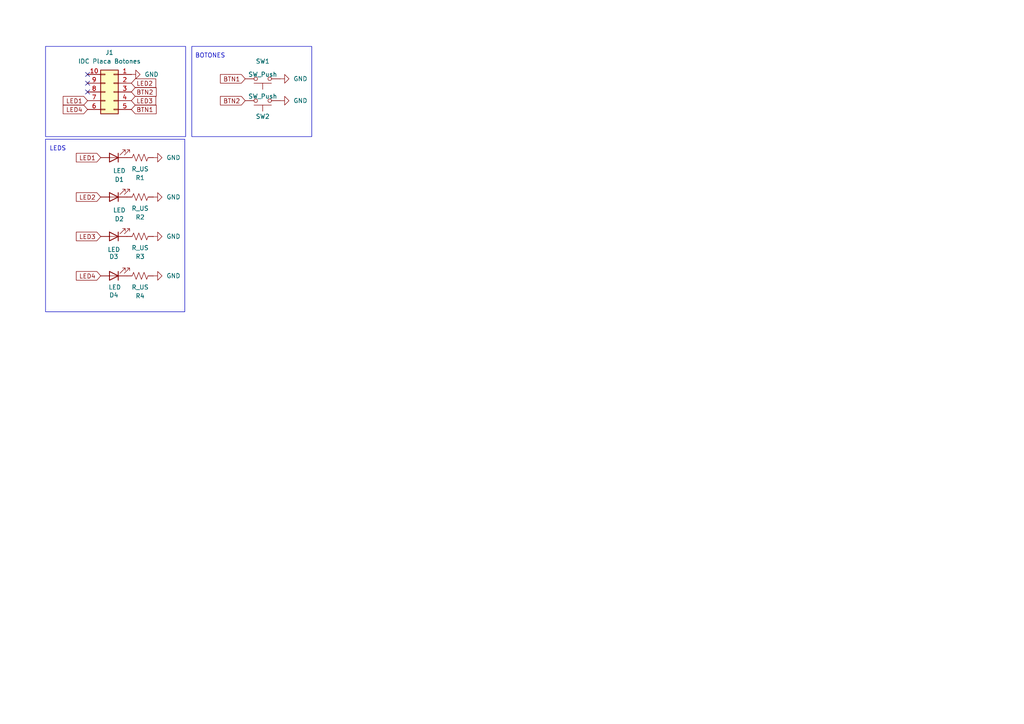
<source format=kicad_sch>
(kicad_sch (version 20231120) (generator "eeschema") (generator_version "8.0")
  (paper "A4")
  (lib_symbols
    (symbol "Connector_Generic:Conn_02x05_Counter_Clockwise" (pin_names (offset 1.016) hide)
      (property "Reference" "J" (at 1.27 7.62 0))
      (property "Value" "Conn_02x05_Counter_Clockwise" (at 1.27 -7.62 0))
      (symbol "Conn_02x05_Counter_Clockwise_1_1"
        (rectangle (start -1.27 -4.953) (end 0 -5.207) (stroke (width 0.1524)))
        (rectangle (start -1.27 -2.413) (end 0 -2.667) (stroke (width 0.1524)))
        (rectangle (start -1.27 0.127) (end 0 -0.127) (stroke (width 0.1524)))
        (rectangle (start -1.27 2.667) (end 0 2.413) (stroke (width 0.1524)))
        (rectangle (start -1.27 5.207) (end 0 4.953) (stroke (width 0.1524)))
        (rectangle (start -1.27 6.35) (end 3.81 -6.35) (stroke (width 0.254)) (fill (type background)))
        (rectangle (start 3.81 -4.953) (end 2.54 -5.207) (stroke (width 0.1524)))
        (rectangle (start 3.81 -2.413) (end 2.54 -2.667) (stroke (width 0.1524)))
        (rectangle (start 3.81 0.127) (end 2.54 -0.127) (stroke (width 0.1524)))
        (rectangle (start 3.81 2.667) (end 2.54 2.413) (stroke (width 0.1524)))
        (rectangle (start 3.81 5.207) (end 2.54 4.953) (stroke (width 0.1524)))
        (pin passive line (at -5.08 5.08 0) (length 3.81) (name "Pin_1") (number "1"))
        (pin passive line (at 7.62 5.08 180) (length 3.81) (name "Pin_10") (number "10"))
        (pin passive line (at -5.08 2.54 0) (length 3.81) (name "Pin_2") (number "2"))
        (pin passive line (at -5.08 0 0) (length 3.81) (name "Pin_3") (number "3"))
        (pin passive line (at -5.08 -2.54 0) (length 3.81) (name "Pin_4") (number "4"))
        (pin passive line (at -5.08 -5.08 0) (length 3.81) (name "Pin_5") (number "5"))
        (pin passive line (at 7.62 -5.08 180) (length 3.81) (name "Pin_6") (number "6"))
        (pin passive line (at 7.62 -2.54 180) (length 3.81) (name "Pin_7") (number "7"))
        (pin passive line (at 7.62 0 180) (length 3.81) (name "Pin_8") (number "8"))
        (pin passive line (at 7.62 2.54 180) (length 3.81) (name "Pin_9") (number "9"))
      )
    )
    (symbol "Device:LED" (pin_numbers hide) (pin_names (offset 1.016) hide)
      (property "Reference" "D" (at 0 2.54 0))
      (property "Value" "LED" (at 0 -2.54 0))
      (symbol "LED_0_1"
        (polyline (pts (xy -1.27 -1.27) (xy -1.27 1.27)) (stroke (width 0.254)))
        (polyline (pts (xy -1.27 0) (xy 1.27 0)))
        (polyline (pts (xy 1.27 -1.27) (xy 1.27 1.27) (xy -1.27 0) (xy 1.27 -1.27)) (stroke (width 0.254)))
        (polyline (pts (xy -3.048 -0.762) (xy -4.572 -2.286) (xy -3.81 -2.286) (xy -4.572 -2.286) (xy -4.572 -1.524)))
        (polyline (pts (xy -1.778 -0.762) (xy -3.302 -2.286) (xy -2.54 -2.286) (xy -3.302 -2.286) (xy -3.302 -1.524)))
      )
      (symbol "LED_1_1"
        (pin passive line (at -3.81 0 0) (length 2.54) (name "K") (number "1"))
        (pin passive line (at 3.81 0 180) (length 2.54) (name "A") (number "2"))
      )
    )
    (symbol "Device:R_US" (pin_numbers hide) (pin_names (offset 0))
      (property "Reference" "R" (at 2.54 0 90))
      (property "Value" "R_US" (at -2.54 0 90))
      (symbol "R_US_0_1"
        (polyline (pts (xy 0 -2.286) (xy 0 -2.54)))
        (polyline (pts (xy 0 2.286) (xy 0 2.54)))
        (polyline (pts (xy 0 -0.762) (xy 1.016 -1.143) (xy 0 -1.524) (xy -1.016 -1.905) (xy 0 -2.286)))
        (polyline (pts (xy 0 0.762) (xy 1.016 0.381) (xy 0 0) (xy -1.016 -0.381) (xy 0 -0.762)))
        (polyline (pts (xy 0 2.286) (xy 1.016 1.905) (xy 0 1.524) (xy -1.016 1.143) (xy 0 0.762)))
      )
      (symbol "R_US_1_1"
        (pin passive line (at 0 3.81 270) (length 1.27) (name "~") (number "1"))
        (pin passive line (at 0 -3.81 90) (length 1.27) (name "~") (number "2"))
      )
    )
    (symbol "Switch:SW_Push" (pin_numbers hide) (pin_names (offset 1.016) hide)
      (property "Reference" "SW" (at 1.27 2.54 0))
      (property "Value" "SW_Push" (at 0 -1.524 0))
      (symbol "SW_Push_0_1"
        (circle (center -2.032 0) (radius 0.508))
        (polyline (pts (xy 0 1.27) (xy 0 3.048)))
        (polyline (pts (xy 2.54 1.27) (xy -2.54 1.27)))
        (circle (center 2.032 0) (radius 0.508))
        (pin passive line (at -5.08 0 0) (length 2.54) (name "1") (number "1"))
        (pin passive line (at 5.08 0 180) (length 2.54) (name "2") (number "2"))
      )
    )
    (symbol "power:GND" (power) (pin_numbers hide) (pin_names (offset 0) hide)
      (property "Value" "GND" (at 0 -3.81 0))
      (symbol "GND_0_1"
        (polyline (pts (xy 0 0) (xy 0 -1.27) (xy 1.27 -1.27) (xy 0 -2.54) (xy -1.27 -1.27) (xy 0 -1.27)))
      )
      (symbol "GND_1_1"
        (pin power_in line (at 0 0 270) (length 0) (name "~") (number "1"))
      )
    )
  )
  (no_connect (at 25.4 21.59))
  (no_connect (at 25.4 26.67))
  (no_connect (at 25.4 24.13))
  (rectangle (start 13.208 13.462) (end 53.848 39.624))
  (rectangle (start 55.626 13.462) (end 90.424 39.624))
  (rectangle (start 13.208 40.386) (end 53.594 90.424))
  (text "LEDS" (at 16.764 43.18 0) (effects (font (size 1.27 1.27))))
  (text "BOTONES" (at 60.96 16.256 0) (effects (font (size 1.27 1.27))))
  (global_label "LED1" (shape input) (at 25.4 29.21 180) (property "Intersheetrefs" "${INTERSHEET_REFS}" (effects (hide yes))))
  (global_label "BTN1" (shape input) (at 38.1 31.75 0) (property "Intersheetrefs" "${INTERSHEET_REFS}" (effects (hide yes))))
  (global_label "LED2" (shape input) (at 29.21 57.15 180) (property "Intersheetrefs" "${INTERSHEET_REFS}" (effects (hide yes))))
  (global_label "LED4" (shape input) (at 29.21 80.01 180) (property "Intersheetrefs" "${INTERSHEET_REFS}" (effects (hide yes))))
  (global_label "LED3" (shape input) (at 38.1 29.21 0) (property "Intersheetrefs" "${INTERSHEET_REFS}" (effects (hide yes))))
  (global_label "BTN2" (shape input) (at 38.1 26.67 0) (property "Intersheetrefs" "${INTERSHEET_REFS}" (effects (hide yes))))
  (global_label "BTN2" (shape input) (at 71.12 29.21 180) (property "Intersheetrefs" "${INTERSHEET_REFS}" (effects (hide yes))))
  (global_label "LED2" (shape input) (at 38.1 24.13 0) (property "Intersheetrefs" "${INTERSHEET_REFS}" (effects (hide yes))))
  (global_label "LED3" (shape input) (at 29.21 68.58 180) (property "Intersheetrefs" "${INTERSHEET_REFS}" (effects (hide yes))))
  (global_label "LED1" (shape input) (at 29.21 45.72 180) (property "Intersheetrefs" "${INTERSHEET_REFS}" (effects (hide yes))))
  (global_label "LED4" (shape input) (at 25.4 31.75 180) (property "Intersheetrefs" "${INTERSHEET_REFS}" (effects (hide yes))))
  (global_label "BTN1" (shape input) (at 71.12 22.86 180) (property "Intersheetrefs" "${INTERSHEET_REFS}" (effects (hide yes))))
  (symbol (lib_id "Switch:SW_Push") (at 76.2 22.86 0) (mirror x) (unit 1)
    (property "Reference" "SW1" (at 76.2 17.78 0))
    (property "Value" "SW_Push" (at 76.2 21.59 0))
    (property "Footprint" "Button_Switch_THT:SW_PUSH_6mm" (effects (hide yes)))
    (property "Description" "Push button switch, generic, two pins" (effects (hide yes)))
  )
  (symbol (lib_id "Device:R_US") (at 40.64 57.15 270) (unit 1)
    (property "Reference" "R2" (at 40.64 62.992 90))
    (property "Value" "R_US" (at 40.64 60.452 90))
    (property "Footprint" "Resistor_THT:R_Axial_DIN0207_L6.3mm_D2.5mm_P10.16mm_Horizontal" (effects (hide yes)))
    (property "Description" "Resistor, US symbol" (effects (hide yes)))
  )
  (symbol (lib_id "power:GND") (at 81.28 22.86 90) (mirror x) (unit 1)
    (property "Reference" "#PWR07" (effects (hide yes)))
    (property "Value" "GND" (at 85.09 22.8601 90) (effects (justify right)))
    (property "Description" "Power symbol creates a global label with name \"GND\" , ground" (effects (hide yes)))
  )
  (symbol (lib_id "power:GND") (at 44.45 45.72 90) (unit 1)
    (property "Reference" "#PWR02" (effects (hide yes)))
    (property "Value" "GND" (at 48.26 45.7199 90) (effects (justify right)))
    (property "Description" "Power symbol creates a global label with name \"GND\" , ground" (effects (hide yes)))
  )
  (symbol (lib_id "Device:R_US") (at 40.64 80.01 270) (unit 1)
    (property "Reference" "R4" (at 40.64 85.852 90))
    (property "Value" "R_US" (at 40.64 83.312 90))
    (property "Footprint" "Resistor_THT:R_Axial_DIN0207_L6.3mm_D2.5mm_P10.16mm_Horizontal" (effects (hide yes)))
    (property "Description" "Resistor, US symbol" (effects (hide yes)))
  )
  (symbol (lib_id "Device:LED") (at 33.02 45.72 180) (unit 1)
    (property "Reference" "D1" (at 34.6075 52.07 0))
    (property "Value" "LED" (at 34.6075 49.53 0))
    (property "Footprint" "LED_THT:LED_D5.0mm" (effects (hide yes)))
    (property "Description" "Light emitting diode" (effects (hide yes)))
  )
  (symbol (lib_id "power:GND") (at 44.45 57.15 90) (unit 1)
    (property "Reference" "#PWR03" (effects (hide yes)))
    (property "Value" "GND" (at 48.26 57.1499 90) (effects (justify right)))
    (property "Description" "Power symbol creates a global label with name \"GND\" , ground" (effects (hide yes)))
  )
  (symbol (lib_id "Device:LED") (at 33.02 68.58 180) (unit 1)
    (property "Reference" "D3" (at 33.02 74.422 0))
    (property "Value" "LED" (at 33.02 72.39 0))
    (property "Footprint" "LED_THT:LED_D5.0mm" (effects (hide yes)))
    (property "Description" "Light emitting diode" (effects (hide yes)))
  )
  (symbol (lib_id "power:GND") (at 81.28 29.21 90) (mirror x) (unit 1)
    (property "Reference" "#PWR05" (effects (hide yes)))
    (property "Value" "GND" (at 85.09 29.2101 90) (effects (justify right)))
    (property "Description" "Power symbol creates a global label with name \"GND\" , ground" (effects (hide yes)))
  )
  (symbol (lib_id "power:GND") (at 44.45 80.01 90) (unit 1)
    (property "Reference" "#PWR010" (effects (hide yes)))
    (property "Value" "GND" (at 48.26 80.0099 90) (effects (justify right)))
    (property "Description" "Power symbol creates a global label with name \"GND\" , ground" (effects (hide yes)))
  )
  (symbol (lib_id "Switch:SW_Push") (at 76.2 29.21 0) (mirror x) (unit 1)
    (property "Reference" "SW2" (at 76.2 33.782 0))
    (property "Value" "SW_Push" (at 76.2 27.94 0))
    (property "Footprint" "Button_Switch_THT:SW_PUSH_6mm" (effects (hide yes)))
    (property "Description" "Push button switch, generic, two pins" (effects (hide yes)))
  )
  (symbol (lib_id "power:GND") (at 38.1 21.59 90) (unit 1)
    (property "Reference" "#PWR01" (effects (hide yes)))
    (property "Value" "GND" (at 41.91 21.5899 90) (effects (justify right)))
    (property "Description" "Power symbol creates a global label with name \"GND\" , ground" (effects (hide yes)))
  )
  (symbol (lib_id "Device:LED") (at 33.02 57.15 180) (unit 1)
    (property "Reference" "D2" (at 34.6075 63.5 0))
    (property "Value" "LED" (at 34.6075 60.96 0))
    (property "Footprint" "LED_THT:LED_D5.0mm" (effects (hide yes)))
    (property "Description" "Light emitting diode" (effects (hide yes)))
  )
  (symbol (lib_id "Device:LED") (at 33.02 80.01 180) (unit 1)
    (property "Reference" "D4" (at 33.02 85.598 0))
    (property "Value" "LED" (at 33.274 83.312 0))
    (property "Footprint" "LED_THT:LED_D5.0mm" (effects (hide yes)))
    (property "Description" "Light emitting diode" (effects (hide yes)))
  )
  (symbol (lib_id "Device:R_US") (at 40.64 45.72 270) (unit 1)
    (property "Reference" "R1" (at 40.64 51.562 90))
    (property "Value" "R_US" (at 40.64 49.022 90))
    (property "Footprint" "Resistor_THT:R_Axial_DIN0207_L6.3mm_D2.5mm_P10.16mm_Horizontal" (effects (hide yes)))
    (property "Description" "Resistor, US symbol" (effects (hide yes)))
  )
  (symbol (lib_id "Device:R_US") (at 40.64 68.58 270) (unit 1)
    (property "Reference" "R3" (at 40.64 74.422 90))
    (property "Value" "R_US" (at 40.64 71.882 90))
    (property "Footprint" "Resistor_THT:R_Axial_DIN0207_L6.3mm_D2.5mm_P10.16mm_Horizontal" (effects (hide yes)))
    (property "Description" "Resistor, US symbol" (effects (hide yes)))
  )
  (symbol (lib_id "power:GND") (at 44.45 68.58 90) (unit 1)
    (property "Reference" "#PWR09" (effects (hide yes)))
    (property "Value" "GND" (at 48.26 68.5799 90) (effects (justify right)))
    (property "Description" "Power symbol creates a global label with name \"GND\" , ground" (effects (hide yes)))
  )
  (symbol (lib_id "Connector_Generic:Conn_02x05_Counter_Clockwise") (at 33.02 26.67 0) (mirror y) (unit 1)
    (property "Reference" "J1" (at 31.75 15.24 0))
    (property "Value" "IDC Placa Botones" (at 31.75 17.78 0))
    (property "Footprint" "Connector_IDC:IDC-Header_2x05_P2.54mm_Horizontal" (effects (hide yes)))
    (property "Description" "Generic connector, double row, 02x05, counter clockwise pin numbering scheme (similar to DIP package numbering), script generated (kicad-library-utils/schlib/autogen/connector/)" (effects (hide yes)))
  )
)
</source>
